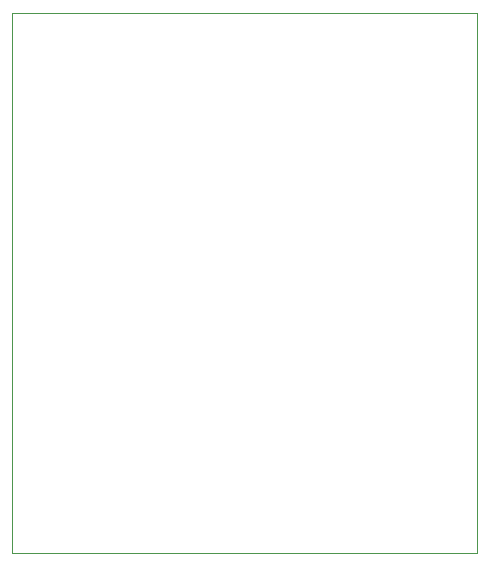
<source format=gbp>
G75*
%MOIN*%
%OFA0B0*%
%FSLAX25Y25*%
%IPPOS*%
%LPD*%
%AMOC8*
5,1,8,0,0,1.08239X$1,22.5*
%
%ADD10C,0.00000*%
D10*
X0001500Y0001500D02*
X0001500Y0181500D01*
X0156500Y0181500D01*
X0156500Y0001500D01*
X0001500Y0001500D01*
M02*

</source>
